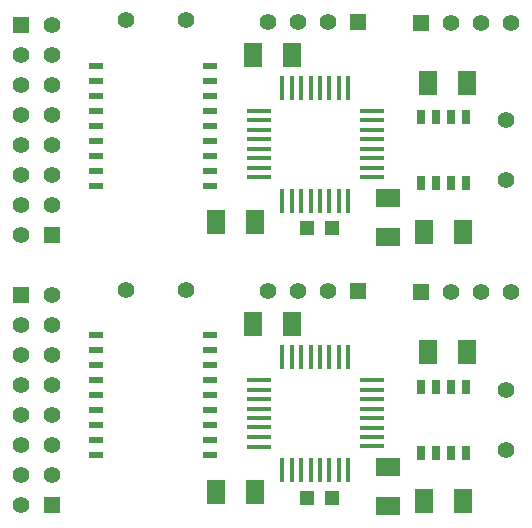
<source format=gts>
G04 (created by PCBNEW (2013-may-18)-stable) date Сб 10 янв 2015 20:32:16*
%MOIN*%
G04 Gerber Fmt 3.4, Leading zero omitted, Abs format*
%FSLAX34Y34*%
G01*
G70*
G90*
G04 APERTURE LIST*
%ADD10C,0.00590551*%
%ADD11R,0.055X0.055*%
%ADD12C,0.055*%
%ADD13R,0.05X0.02*%
%ADD14R,0.025X0.05*%
%ADD15R,0.0472X0.0472*%
%ADD16R,0.06X0.08*%
%ADD17R,0.08X0.06*%
%ADD18R,0.0177X0.0787*%
%ADD19R,0.0787X0.0177*%
G04 APERTURE END LIST*
G54D10*
G54D11*
X14011Y-10078D03*
G54D12*
X15011Y-10078D03*
X16011Y-10078D03*
X17011Y-10078D03*
G54D13*
X3178Y-12021D03*
X3178Y-12521D03*
X3178Y-13021D03*
X3178Y-13521D03*
X3178Y-14021D03*
X3178Y-14521D03*
X3178Y-15021D03*
X3178Y-15521D03*
X6978Y-15517D03*
X6978Y-15017D03*
X6978Y-14517D03*
X6978Y-14017D03*
X6978Y-13517D03*
X6978Y-13017D03*
X6978Y-12517D03*
X6978Y-12017D03*
X6978Y-11517D03*
X3179Y-11509D03*
G54D11*
X669Y-10161D03*
G54D12*
X669Y-11161D03*
X669Y-12161D03*
X669Y-13161D03*
X669Y-14161D03*
X669Y-15161D03*
X669Y-16161D03*
X669Y-17161D03*
G54D11*
X1692Y-17161D03*
G54D12*
X1692Y-16161D03*
X1692Y-15161D03*
X1692Y-14161D03*
X1692Y-13161D03*
X1692Y-12161D03*
X1692Y-11161D03*
X1692Y-10161D03*
G54D14*
X14013Y-15430D03*
X14513Y-15430D03*
X15013Y-15430D03*
X15513Y-15430D03*
X15513Y-13230D03*
X15013Y-13230D03*
X14513Y-13230D03*
X14013Y-13230D03*
G54D12*
X16850Y-13330D03*
X16850Y-15330D03*
X4157Y-10000D03*
X6157Y-10000D03*
G54D15*
X11042Y-16929D03*
X10216Y-16929D03*
G54D11*
X11893Y-10039D03*
G54D12*
X10893Y-10039D03*
X9893Y-10039D03*
X8893Y-10039D03*
G54D16*
X14113Y-17047D03*
X15413Y-17047D03*
X15531Y-12086D03*
X14231Y-12086D03*
G54D17*
X12913Y-17224D03*
X12913Y-15924D03*
G54D16*
X8484Y-16732D03*
X7184Y-16732D03*
X8405Y-11141D03*
X9705Y-11141D03*
G54D18*
X9379Y-12237D03*
X9694Y-12237D03*
X10009Y-12237D03*
X10324Y-12237D03*
X10639Y-12237D03*
X10954Y-12237D03*
X11269Y-12237D03*
X11584Y-12237D03*
X11582Y-16003D03*
X9372Y-16003D03*
X9692Y-16003D03*
X10012Y-16003D03*
X10322Y-16003D03*
X10642Y-16003D03*
X10952Y-16003D03*
X11272Y-16003D03*
G54D19*
X12372Y-13021D03*
X12372Y-13335D03*
X12372Y-13651D03*
X12372Y-13965D03*
X12372Y-14281D03*
X12372Y-14595D03*
X12372Y-14911D03*
X12372Y-15225D03*
X8592Y-13023D03*
X8592Y-13333D03*
X8592Y-13653D03*
X8592Y-13963D03*
X8592Y-14273D03*
X8592Y-14593D03*
X8592Y-14913D03*
X8592Y-15233D03*
G54D18*
X9379Y-3261D03*
X9694Y-3261D03*
X10009Y-3261D03*
X10324Y-3261D03*
X10639Y-3261D03*
X10954Y-3261D03*
X11269Y-3261D03*
X11584Y-3261D03*
X11582Y-7027D03*
X9372Y-7027D03*
X9692Y-7027D03*
X10012Y-7027D03*
X10322Y-7027D03*
X10642Y-7027D03*
X10952Y-7027D03*
X11272Y-7027D03*
G54D19*
X12372Y-4045D03*
X12372Y-4359D03*
X12372Y-4675D03*
X12372Y-4989D03*
X12372Y-5305D03*
X12372Y-5619D03*
X12372Y-5935D03*
X12372Y-6249D03*
X8592Y-4047D03*
X8592Y-4357D03*
X8592Y-4677D03*
X8592Y-4987D03*
X8592Y-5297D03*
X8592Y-5617D03*
X8592Y-5937D03*
X8592Y-6257D03*
G54D16*
X8405Y-2165D03*
X9705Y-2165D03*
X8484Y-7755D03*
X7184Y-7755D03*
G54D17*
X12913Y-8248D03*
X12913Y-6948D03*
G54D16*
X15531Y-3110D03*
X14231Y-3110D03*
X14113Y-8070D03*
X15413Y-8070D03*
G54D11*
X11893Y-1062D03*
G54D12*
X10893Y-1062D03*
X9893Y-1062D03*
X8893Y-1062D03*
G54D15*
X11042Y-7952D03*
X10216Y-7952D03*
G54D12*
X4157Y-1023D03*
X6157Y-1023D03*
X16850Y-4354D03*
X16850Y-6354D03*
G54D14*
X14013Y-6454D03*
X14513Y-6454D03*
X15013Y-6454D03*
X15513Y-6454D03*
X15513Y-4254D03*
X15013Y-4254D03*
X14513Y-4254D03*
X14013Y-4254D03*
G54D11*
X1692Y-8185D03*
G54D12*
X1692Y-7185D03*
X1692Y-6185D03*
X1692Y-5185D03*
X1692Y-4185D03*
X1692Y-3185D03*
X1692Y-2185D03*
X1692Y-1185D03*
G54D11*
X669Y-1185D03*
G54D12*
X669Y-2185D03*
X669Y-3185D03*
X669Y-4185D03*
X669Y-5185D03*
X669Y-6185D03*
X669Y-7185D03*
X669Y-8185D03*
G54D13*
X3178Y-3045D03*
X3178Y-3545D03*
X3178Y-4045D03*
X3178Y-4545D03*
X3178Y-5045D03*
X3178Y-5545D03*
X3178Y-6045D03*
X3178Y-6545D03*
X6978Y-6541D03*
X6978Y-6041D03*
X6978Y-5541D03*
X6978Y-5041D03*
X6978Y-4541D03*
X6978Y-4041D03*
X6978Y-3541D03*
X6978Y-3041D03*
X6978Y-2541D03*
X3179Y-2533D03*
G54D11*
X14011Y-1102D03*
G54D12*
X15011Y-1102D03*
X16011Y-1102D03*
X17011Y-1102D03*
M02*

</source>
